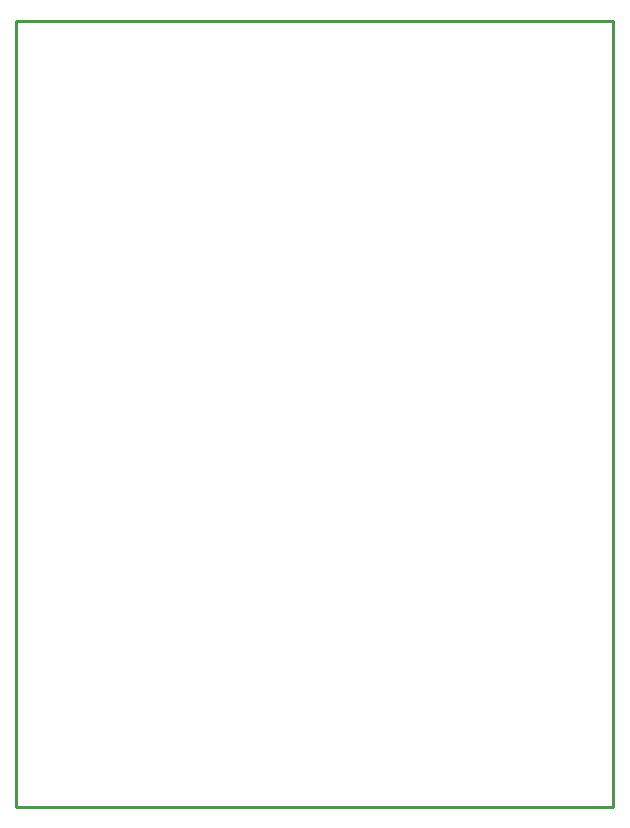
<source format=gko>
%FSLAX25Y25*%
%MOIN*%
G70*
G01*
G75*
G04 Layer_Color=16711935*
%ADD10C,0.01000*%
%ADD11C,0.02000*%
%ADD12C,0.01300*%
%ADD13C,0.01200*%
%ADD14C,0.01500*%
%ADD15C,0.03000*%
%ADD16C,0.02500*%
%ADD17R,0.06700X0.01800*%
%ADD18R,0.08300X0.05900*%
%ADD19R,0.07500X0.09400*%
%ADD20R,0.07500X0.04700*%
%ADD21R,0.05118X0.02756*%
G04:AMPARAMS|DCode=22|XSize=24mil|YSize=36mil|CornerRadius=6mil|HoleSize=0mil|Usage=FLASHONLY|Rotation=270.000|XOffset=0mil|YOffset=0mil|HoleType=Round|Shape=RoundedRectangle|*
%AMROUNDEDRECTD22*
21,1,0.02400,0.02400,0,0,270.0*
21,1,0.01200,0.03600,0,0,270.0*
1,1,0.01200,-0.01200,-0.00600*
1,1,0.01200,-0.01200,0.00600*
1,1,0.01200,0.01200,0.00600*
1,1,0.01200,0.01200,-0.00600*
%
%ADD22ROUNDEDRECTD22*%
%ADD23R,0.04400X0.02400*%
G04:AMPARAMS|DCode=24|XSize=24mil|YSize=36mil|CornerRadius=6mil|HoleSize=0mil|Usage=FLASHONLY|Rotation=180.000|XOffset=0mil|YOffset=0mil|HoleType=Round|Shape=RoundedRectangle|*
%AMROUNDEDRECTD24*
21,1,0.02400,0.02400,0,0,180.0*
21,1,0.01200,0.03600,0,0,180.0*
1,1,0.01200,-0.00600,0.01200*
1,1,0.01200,0.00600,0.01200*
1,1,0.01200,0.00600,-0.01200*
1,1,0.01200,-0.00600,-0.01200*
%
%ADD24ROUNDEDRECTD24*%
%ADD25R,0.01200X0.03200*%
%ADD26R,0.03200X0.01200*%
%ADD27R,0.04400X0.04000*%
%ADD28R,0.04000X0.04400*%
G04:AMPARAMS|DCode=29|XSize=24mil|YSize=36mil|CornerRadius=6mil|HoleSize=0mil|Usage=FLASHONLY|Rotation=135.000|XOffset=0mil|YOffset=0mil|HoleType=Round|Shape=RoundedRectangle|*
%AMROUNDEDRECTD29*
21,1,0.02400,0.02400,0,0,135.0*
21,1,0.01200,0.03600,0,0,135.0*
1,1,0.01200,0.00424,0.01273*
1,1,0.01200,0.01273,0.00424*
1,1,0.01200,-0.00424,-0.01273*
1,1,0.01200,-0.01273,-0.00424*
%
%ADD29ROUNDEDRECTD29*%
%ADD30R,0.02400X0.02000*%
%ADD31R,0.04800X0.03200*%
%ADD32R,0.01600X0.01600*%
%ADD33R,0.02400X0.02400*%
%ADD34R,0.06300X0.03600*%
%ADD35R,0.03600X0.06300*%
%ADD36R,0.02000X0.01200*%
%ADD37R,0.07100X0.04000*%
%ADD38R,0.03200X0.03600*%
G04:AMPARAMS|DCode=39|XSize=28mil|YSize=56mil|CornerRadius=5.6mil|HoleSize=0mil|Usage=FLASHONLY|Rotation=0.000|XOffset=0mil|YOffset=0mil|HoleType=Round|Shape=RoundedRectangle|*
%AMROUNDEDRECTD39*
21,1,0.02800,0.04480,0,0,0.0*
21,1,0.01680,0.05600,0,0,0.0*
1,1,0.01120,0.00840,-0.02240*
1,1,0.01120,-0.00840,-0.02240*
1,1,0.01120,-0.00840,0.02240*
1,1,0.01120,0.00840,0.02240*
%
%ADD39ROUNDEDRECTD39*%
G04:AMPARAMS|DCode=40|XSize=20mil|YSize=12mil|CornerRadius=2.4mil|HoleSize=0mil|Usage=FLASHONLY|Rotation=0.000|XOffset=0mil|YOffset=0mil|HoleType=Round|Shape=RoundedRectangle|*
%AMROUNDEDRECTD40*
21,1,0.02000,0.00720,0,0,0.0*
21,1,0.01520,0.01200,0,0,0.0*
1,1,0.00480,0.00760,-0.00360*
1,1,0.00480,-0.00760,-0.00360*
1,1,0.00480,-0.00760,0.00360*
1,1,0.00480,0.00760,0.00360*
%
%ADD40ROUNDEDRECTD40*%
%ADD41R,0.02000X0.01200*%
G04:AMPARAMS|DCode=42|XSize=24mil|YSize=36mil|CornerRadius=6mil|HoleSize=0mil|Usage=FLASHONLY|Rotation=225.000|XOffset=0mil|YOffset=0mil|HoleType=Round|Shape=RoundedRectangle|*
%AMROUNDEDRECTD42*
21,1,0.02400,0.02400,0,0,225.0*
21,1,0.01200,0.03600,0,0,225.0*
1,1,0.01200,-0.01273,0.00424*
1,1,0.01200,-0.00424,0.01273*
1,1,0.01200,0.01273,-0.00424*
1,1,0.01200,0.00424,-0.01273*
%
%ADD42ROUNDEDRECTD42*%
%ADD43R,0.01800X0.01200*%
%ADD44R,0.02400X0.03600*%
%ADD45R,0.04000X0.05600*%
%ADD46R,0.01200X0.02600*%
%ADD47R,0.02600X0.01200*%
%ADD48R,0.02800X0.05200*%
G04:AMPARAMS|DCode=49|XSize=60mil|YSize=12mil|CornerRadius=0mil|HoleSize=0mil|Usage=FLASHONLY|Rotation=225.000|XOffset=0mil|YOffset=0mil|HoleType=Round|Shape=Rectangle|*
%AMROTATEDRECTD49*
4,1,4,0.01697,0.02546,0.02546,0.01697,-0.01697,-0.02546,-0.02546,-0.01697,0.01697,0.02546,0.0*
%
%ADD49ROTATEDRECTD49*%

G04:AMPARAMS|DCode=50|XSize=12mil|YSize=60mil|CornerRadius=0mil|HoleSize=0mil|Usage=FLASHONLY|Rotation=225.000|XOffset=0mil|YOffset=0mil|HoleType=Round|Shape=Rectangle|*
%AMROTATEDRECTD50*
4,1,4,-0.01697,0.02546,0.02546,-0.01697,0.01697,-0.02546,-0.02546,0.01697,-0.01697,0.02546,0.0*
%
%ADD50ROTATEDRECTD50*%

G04:AMPARAMS|DCode=51|XSize=12mil|YSize=59.06mil|CornerRadius=0mil|HoleSize=0mil|Usage=FLASHONLY|Rotation=225.000|XOffset=0mil|YOffset=0mil|HoleType=Round|Shape=Rectangle|*
%AMROTATEDRECTD51*
4,1,4,-0.01664,0.02512,0.02512,-0.01664,0.01664,-0.02512,-0.02512,0.01664,-0.01664,0.02512,0.0*
%
%ADD51ROTATEDRECTD51*%

%ADD52R,0.06299X0.03150*%
%ADD53R,0.12205X0.08661*%
%ADD54R,0.05200X0.01700*%
%ADD55R,0.02400X0.08700*%
%ADD56R,0.01400X0.03400*%
%ADD57R,0.01200X0.03400*%
%ADD58R,0.03400X0.01200*%
%ADD59R,0.03600X0.02400*%
%ADD60R,0.01575X0.00984*%
%ADD61R,0.04800X0.05600*%
%ADD62C,0.01800*%
%ADD63C,0.05000*%
%ADD64R,0.07400X0.02047*%
%ADD65R,0.03900X0.03500*%
%ADD66R,0.07300X0.04400*%
%ADD67P,0.07036X8X22.5*%
%ADD68C,0.17716*%
%ADD69R,0.01800X0.01800*%
%ADD70R,0.05906X0.05906*%
%ADD71C,0.05906*%
%ADD72P,0.07036X8X112.5*%
%ADD73C,0.02000*%
%ADD74C,0.02200*%
%ADD75C,0.02500*%
%ADD76C,0.04000*%
%ADD77C,0.02300*%
%ADD78C,0.03000*%
%ADD79C,0.04000*%
G04:AMPARAMS|DCode=80|XSize=40mil|YSize=40mil|CornerRadius=20mil|HoleSize=0mil|Usage=FLASHONLY|Rotation=0.000|XOffset=0mil|YOffset=0mil|HoleType=Round|Shape=RoundedRectangle|*
%AMROUNDEDRECTD80*
21,1,0.04000,0.00000,0,0,0.0*
21,1,0.00000,0.04000,0,0,0.0*
1,1,0.04000,0.00000,0.00000*
1,1,0.04000,0.00000,0.00000*
1,1,0.04000,0.00000,0.00000*
1,1,0.04000,0.00000,0.00000*
%
%ADD80ROUNDEDRECTD80*%
G04:AMPARAMS|DCode=81|XSize=40mil|YSize=40mil|CornerRadius=20mil|HoleSize=0mil|Usage=FLASHONLY|Rotation=270.000|XOffset=0mil|YOffset=0mil|HoleType=Round|Shape=RoundedRectangle|*
%AMROUNDEDRECTD81*
21,1,0.04000,0.00000,0,0,270.0*
21,1,0.00000,0.04000,0,0,270.0*
1,1,0.04000,0.00000,0.00000*
1,1,0.04000,0.00000,0.00000*
1,1,0.04000,0.00000,0.00000*
1,1,0.04000,0.00000,0.00000*
%
%ADD81ROUNDEDRECTD81*%
%ADD82R,0.02362X0.09843*%
%ADD83R,0.02400X0.03200*%
%ADD84R,0.03600X0.06300*%
%ADD85R,0.01400X0.07800*%
%ADD86R,0.05600X0.07500*%
%ADD87R,0.07100X0.05600*%
%ADD88R,0.03200X0.06000*%
%ADD89C,0.03500*%
%ADD90C,0.00400*%
%ADD91C,0.00600*%
%ADD92C,0.00800*%
%ADD93C,0.00500*%
%ADD94C,0.00984*%
%ADD95C,0.06300*%
%ADD96C,0.00787*%
%ADD97C,0.00591*%
%ADD98C,0.00700*%
%ADD99R,0.01800X0.03000*%
%ADD100R,0.03000X0.01800*%
%ADD101R,0.02376X0.04559*%
%ADD102C,0.03937*%
%ADD103R,0.07500X0.02600*%
%ADD104R,0.09100X0.06700*%
%ADD105R,0.08300X0.10200*%
%ADD106R,0.08300X0.05500*%
%ADD107R,0.05918X0.03556*%
%ADD108R,0.05200X0.03200*%
%ADD109R,0.02000X0.04000*%
%ADD110R,0.04000X0.02000*%
%ADD111R,0.05200X0.04800*%
%ADD112R,0.04800X0.05200*%
%ADD113R,0.03200X0.02800*%
%ADD114R,0.05600X0.04000*%
%ADD115R,0.03200X0.03200*%
%ADD116R,0.07100X0.04400*%
%ADD117R,0.04400X0.07100*%
%ADD118R,0.02800X0.02000*%
%ADD119R,0.07900X0.04800*%
%ADD120R,0.04000X0.04400*%
G04:AMPARAMS|DCode=121|XSize=36mil|YSize=64mil|CornerRadius=7.2mil|HoleSize=0mil|Usage=FLASHONLY|Rotation=0.000|XOffset=0mil|YOffset=0mil|HoleType=Round|Shape=RoundedRectangle|*
%AMROUNDEDRECTD121*
21,1,0.03600,0.04960,0,0,0.0*
21,1,0.02160,0.06400,0,0,0.0*
1,1,0.01440,0.01080,-0.02480*
1,1,0.01440,-0.01080,-0.02480*
1,1,0.01440,-0.01080,0.02480*
1,1,0.01440,0.01080,0.02480*
%
%ADD121ROUNDEDRECTD121*%
G04:AMPARAMS|DCode=122|XSize=28mil|YSize=20mil|CornerRadius=4mil|HoleSize=0mil|Usage=FLASHONLY|Rotation=0.000|XOffset=0mil|YOffset=0mil|HoleType=Round|Shape=RoundedRectangle|*
%AMROUNDEDRECTD122*
21,1,0.02800,0.01200,0,0,0.0*
21,1,0.02000,0.02000,0,0,0.0*
1,1,0.00800,0.01000,-0.00600*
1,1,0.00800,-0.01000,-0.00600*
1,1,0.00800,-0.01000,0.00600*
1,1,0.00800,0.01000,0.00600*
%
%ADD122ROUNDEDRECTD122*%
%ADD123R,0.02800X0.02000*%
%ADD124R,0.02600X0.02000*%
%ADD125R,0.03200X0.04400*%
%ADD126R,0.04800X0.06400*%
%ADD127R,0.03600X0.06000*%
G04:AMPARAMS|DCode=128|XSize=68mil|YSize=20mil|CornerRadius=0mil|HoleSize=0mil|Usage=FLASHONLY|Rotation=225.000|XOffset=0mil|YOffset=0mil|HoleType=Round|Shape=Rectangle|*
%AMROTATEDRECTD128*
4,1,4,0.01697,0.03111,0.03111,0.01697,-0.01697,-0.03111,-0.03111,-0.01697,0.01697,0.03111,0.0*
%
%ADD128ROTATEDRECTD128*%

G04:AMPARAMS|DCode=129|XSize=20mil|YSize=68mil|CornerRadius=0mil|HoleSize=0mil|Usage=FLASHONLY|Rotation=225.000|XOffset=0mil|YOffset=0mil|HoleType=Round|Shape=Rectangle|*
%AMROTATEDRECTD129*
4,1,4,-0.01697,0.03111,0.03111,-0.01697,0.01697,-0.03111,-0.03111,0.01697,-0.01697,0.03111,0.0*
%
%ADD129ROTATEDRECTD129*%

G04:AMPARAMS|DCode=130|XSize=20mil|YSize=67.06mil|CornerRadius=0mil|HoleSize=0mil|Usage=FLASHONLY|Rotation=225.000|XOffset=0mil|YOffset=0mil|HoleType=Round|Shape=Rectangle|*
%AMROTATEDRECTD130*
4,1,4,-0.01664,0.03078,0.03078,-0.01664,0.01664,-0.03078,-0.03078,0.01664,-0.01664,0.03078,0.0*
%
%ADD130ROTATEDRECTD130*%

%ADD131R,0.07099X0.03950*%
%ADD132R,0.13005X0.09461*%
%ADD133R,0.06000X0.02500*%
%ADD134R,0.03200X0.09500*%
%ADD135R,0.02200X0.04200*%
%ADD136R,0.02000X0.04200*%
%ADD137R,0.04200X0.02000*%
%ADD138R,0.04400X0.03200*%
%ADD139R,0.02375X0.01784*%
%ADD140R,0.05600X0.06400*%
%ADD141P,0.07902X8X22.5*%
%ADD142C,0.18517*%
%ADD143R,0.02600X0.02600*%
%ADD144R,0.06706X0.06706*%
%ADD145C,0.06706*%
%ADD146P,0.07902X8X112.5*%
G04:AMPARAMS|DCode=147|XSize=48mil|YSize=48mil|CornerRadius=24mil|HoleSize=0mil|Usage=FLASHONLY|Rotation=0.000|XOffset=0mil|YOffset=0mil|HoleType=Round|Shape=RoundedRectangle|*
%AMROUNDEDRECTD147*
21,1,0.04800,0.00000,0,0,0.0*
21,1,0.00000,0.04800,0,0,0.0*
1,1,0.04800,0.00000,0.00000*
1,1,0.04800,0.00000,0.00000*
1,1,0.04800,0.00000,0.00000*
1,1,0.04800,0.00000,0.00000*
%
%ADD147ROUNDEDRECTD147*%
G04:AMPARAMS|DCode=148|XSize=48mil|YSize=48mil|CornerRadius=24mil|HoleSize=0mil|Usage=FLASHONLY|Rotation=270.000|XOffset=0mil|YOffset=0mil|HoleType=Round|Shape=RoundedRectangle|*
%AMROUNDEDRECTD148*
21,1,0.04800,0.00000,0,0,270.0*
21,1,0.00000,0.04800,0,0,270.0*
1,1,0.04800,0.00000,0.00000*
1,1,0.04800,0.00000,0.00000*
1,1,0.04800,0.00000,0.00000*
1,1,0.04800,0.00000,0.00000*
%
%ADD148ROUNDEDRECTD148*%
%ADD149R,0.03162X0.10642*%
%ADD150R,0.03200X0.04000*%
%ADD151R,0.04400X0.07100*%
%ADD152R,0.02200X0.08600*%
%ADD153R,0.06400X0.08300*%
%ADD154R,0.07900X0.06400*%
%ADD155R,0.04000X0.06800*%
%ADD156C,0.00400*%
D94*
X-249000Y9500D02*
X-50000D01*
X-249000D02*
Y271500D01*
X-50000D01*
Y9500D02*
Y271500D01*
M02*

</source>
